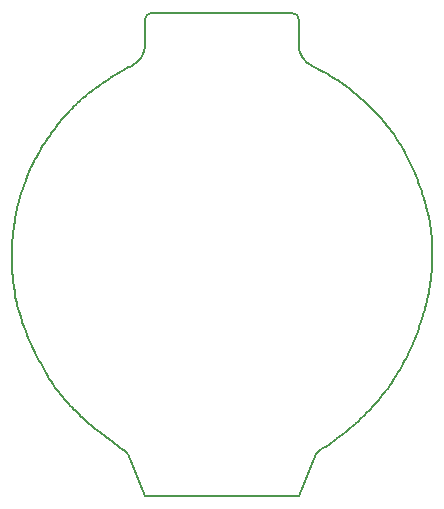
<source format=gbr>
%TF.GenerationSoftware,KiCad,Pcbnew,8.0.3*%
%TF.CreationDate,2024-08-05T21:53:05-05:00*%
%TF.ProjectId,GeckoSmartWatch_V4_1,4765636b-6f53-46d6-9172-745761746368,rev?*%
%TF.SameCoordinates,Original*%
%TF.FileFunction,Profile,NP*%
%FSLAX46Y46*%
G04 Gerber Fmt 4.6, Leading zero omitted, Abs format (unit mm)*
G04 Created by KiCad (PCBNEW 8.0.3) date 2024-08-05 21:53:05*
%MOMM*%
%LPD*%
G01*
G04 APERTURE LIST*
%ADD10C,0.200000*%
%TA.AperFunction,Profile*%
%ADD11C,0.200000*%
%TD*%
G04 APERTURE END LIST*
D10*
X125860894Y-102743459D02*
X125831968Y-102534076D01*
X125805099Y-102323938D01*
X125801671Y-102295862D01*
X132664998Y-114593798D02*
X132499974Y-114457464D01*
X132338058Y-114322137D01*
X132231835Y-114232473D01*
D11*
X133025911Y-85634428D02*
X132794994Y-85801460D01*
X134209719Y-84841577D02*
X133971310Y-84991723D01*
X129971004Y-111980875D02*
X129793367Y-111758606D01*
X161286324Y-99433211D02*
X161269101Y-99043215D01*
D10*
X153440806Y-115327188D02*
X153612022Y-115196013D01*
X153781839Y-115063745D01*
X153935004Y-114942551D01*
D11*
X154725000Y-114275000D02*
X155028650Y-113998123D01*
D10*
X160117108Y-106207572D02*
X160184234Y-106013732D01*
X160249875Y-105819296D01*
X160314024Y-105624301D01*
X160326675Y-105585238D01*
X158288938Y-110070106D02*
X158401064Y-109886821D01*
X158511652Y-109702007D01*
X158610849Y-109532665D01*
D11*
X132231835Y-114232473D02*
X131961191Y-113997261D01*
X149459389Y-79490315D02*
G75*
G02*
X149959385Y-79990316I11J-499985D01*
G01*
X126955739Y-93370164D02*
X126846636Y-93645617D01*
D10*
X127249884Y-92681834D02*
X127338640Y-92488710D01*
X127429699Y-92295909D01*
X127442015Y-92270230D01*
X161037383Y-97103956D02*
X160999243Y-96903951D01*
X160958912Y-96703835D01*
X160920356Y-96521808D01*
X132457999Y-86056278D02*
X132625424Y-85928520D01*
X132794994Y-85801460D01*
X160240123Y-94194280D02*
X160168701Y-93996886D01*
X160095760Y-93800242D01*
X160028160Y-93622179D01*
X156003635Y-87418379D02*
X155850609Y-87270381D01*
X155696373Y-87123785D01*
X155652090Y-87082160D01*
X127941044Y-91323818D02*
X128041044Y-91149411D01*
X128142670Y-90976068D01*
X128171997Y-90926746D01*
D11*
X152236448Y-116184748D02*
X152587575Y-115945194D01*
X127249884Y-92681834D02*
X126955739Y-93370164D01*
X126095595Y-96107697D02*
X125952154Y-96796403D01*
D10*
X151695027Y-116532642D02*
X151865486Y-116424907D01*
X152034795Y-116316279D01*
X152202954Y-116206759D01*
X152236448Y-116184748D01*
X161287811Y-100022831D02*
X161289486Y-99819633D01*
X161288872Y-99616984D01*
X161286324Y-99433211D01*
X158814476Y-109163606D02*
X158917533Y-108971459D01*
X159019006Y-108777811D01*
X159109877Y-108600471D01*
D11*
X130041013Y-88340747D02*
X129865935Y-88547013D01*
X136951693Y-120340350D02*
X135472328Y-116801240D01*
D10*
X127152977Y-107160846D02*
X127068993Y-106965885D01*
X126986665Y-106770722D01*
X126963456Y-106714936D01*
X160964331Y-103068826D02*
X161004313Y-102854026D01*
X161042216Y-102639727D01*
X161074862Y-102445372D01*
X134209719Y-84841577D02*
X134388121Y-84731260D01*
X134565993Y-84623319D01*
D11*
X158783314Y-90982585D02*
X158599705Y-90670522D01*
X160920356Y-96521808D02*
X160827311Y-96132907D01*
X127628057Y-108190764D02*
X127488451Y-107898806D01*
X135223753Y-116532642D02*
G75*
G02*
X135472318Y-116801203I-741453J-935558D01*
G01*
X156184976Y-112842699D02*
X156456316Y-112538742D01*
D10*
X160736724Y-104116387D02*
X160783887Y-103919408D01*
X160829412Y-103722548D01*
X160873288Y-103525841D01*
X160881865Y-103486522D01*
X160453426Y-105166638D02*
X160510819Y-104970071D01*
X160566652Y-104773270D01*
X160620916Y-104576272D01*
X160631580Y-104536853D01*
D11*
X159642443Y-92694372D02*
X159478162Y-92336272D01*
X128332281Y-90667422D02*
X128171997Y-90926746D01*
X158067830Y-110421931D02*
X158288938Y-110070106D01*
X161208036Y-101421532D02*
X161242144Y-101018388D01*
X134655346Y-116125390D02*
X134295338Y-115860440D01*
X129534896Y-111421965D02*
X129369968Y-111192527D01*
X128745164Y-90035738D02*
X128577454Y-90284133D01*
D10*
X157108990Y-111755736D02*
X157238605Y-111589616D01*
X157366746Y-111422100D01*
X157481956Y-111268592D01*
X125675269Y-100469929D02*
X125671224Y-100268991D01*
X125668837Y-100068221D01*
X125668460Y-100010900D01*
X135376313Y-84168298D02*
X135556349Y-84074698D01*
X135649870Y-84027102D01*
X156456316Y-112538742D02*
X156594444Y-112380435D01*
X156731120Y-112220833D01*
X156854108Y-112074607D01*
D11*
X159969804Y-106619357D02*
X160117108Y-106207572D01*
X134800673Y-84486425D02*
X134565993Y-84623319D01*
D10*
X154198450Y-85851058D02*
X154038690Y-85729567D01*
X153867911Y-85602279D01*
X153833813Y-85577185D01*
D11*
X160028160Y-93622179D02*
X159877035Y-93247797D01*
D10*
X133025911Y-85634428D02*
X133189640Y-85517961D01*
X133354592Y-85402503D01*
X133376672Y-85387189D01*
D11*
X151562585Y-84190789D02*
X151880052Y-84356539D01*
D10*
X161185405Y-98072597D02*
X161160319Y-97872852D01*
X161132954Y-97673143D01*
X161106104Y-97491600D01*
D11*
X160881865Y-103486522D02*
X160964331Y-103068826D01*
D10*
X125671201Y-99706476D02*
X125675133Y-99493121D01*
X125681012Y-99280508D01*
X125681944Y-99252221D01*
X157115886Y-88602259D02*
X156975907Y-88440222D01*
X156834437Y-88280085D01*
X156793742Y-88234669D01*
X130253177Y-112311240D02*
X130119163Y-112156508D01*
X129988234Y-112001557D01*
X129971004Y-111980875D01*
X161269101Y-99043215D02*
X161257388Y-98842509D01*
X161243367Y-98642093D01*
X161228619Y-98460120D01*
X134295338Y-115860440D02*
X134129466Y-115737239D01*
X133965812Y-115614805D01*
X133804374Y-115493135D01*
X133772353Y-115468893D01*
X155028650Y-113998123D02*
X155183479Y-113853948D01*
X155336888Y-113708620D01*
X155475117Y-113575499D01*
D11*
X126041406Y-103774821D02*
X125983768Y-103481624D01*
D10*
X129604593Y-88869729D02*
X129735161Y-88706998D01*
X129865935Y-88547013D01*
D11*
X125696557Y-98952889D02*
X125681944Y-99252221D01*
D10*
X128332281Y-90667422D02*
X128446445Y-90486786D01*
X128561955Y-90307857D01*
X128577454Y-90284133D01*
D11*
X136959390Y-79990240D02*
G75*
G02*
X137459390Y-79490390I499910J-60D01*
G01*
X125728473Y-101540208D02*
X125708162Y-101235140D01*
X152654317Y-84794193D02*
X152428687Y-84661671D01*
X133772353Y-115468893D02*
X133442578Y-115214347D01*
D10*
X133442578Y-115214347D02*
X133275810Y-115084210D01*
X133111708Y-114954979D01*
X132964834Y-114838278D01*
D11*
X125952154Y-96796403D02*
X125901868Y-97074569D01*
X149967100Y-120340350D02*
X136951693Y-120340350D01*
X130978791Y-113084159D02*
X130761414Y-112862215D01*
X129604593Y-88869729D02*
X129430787Y-89090375D01*
X158319598Y-90216363D02*
X158127590Y-89928499D01*
D10*
X159730345Y-107227081D02*
X159806735Y-107038159D01*
X159881710Y-106848325D01*
X159955264Y-106657604D01*
X159969804Y-106619357D01*
D11*
X132457999Y-86056278D02*
X132237725Y-86227499D01*
X155051713Y-86544667D02*
X154808366Y-86339609D01*
D10*
X161242144Y-101018388D02*
X161256993Y-100811410D01*
X161269604Y-100605153D01*
X161279122Y-100418266D01*
D11*
X149959390Y-79990316D02*
X149959390Y-82158095D01*
D10*
X128586670Y-109977609D02*
X128480205Y-109795655D01*
X128374245Y-109611215D01*
X128360154Y-109586435D01*
D11*
X161228619Y-98460120D02*
X161185405Y-98072597D01*
D10*
X161133618Y-102034046D02*
X161161267Y-101822811D01*
X161186753Y-101612286D01*
X161208036Y-101421532D01*
X126845070Y-106417689D02*
X126769527Y-106222833D01*
X126696029Y-106028221D01*
X126675413Y-105972670D01*
D11*
X130448453Y-112531129D02*
X130253177Y-112311240D01*
X136959390Y-82138620D02*
G75*
G02*
X135828259Y-83940038I-1999890J-80D01*
G01*
X159563469Y-107627514D02*
X159730345Y-107227081D01*
X157834668Y-89509235D02*
X157633672Y-89242441D01*
D10*
X128745164Y-90035738D02*
X128863982Y-89863220D01*
X128983600Y-89692817D01*
X128999606Y-89670260D01*
D11*
X127283561Y-107457484D02*
X127152977Y-107160846D01*
X154442357Y-86040344D02*
X154198450Y-85851058D01*
D10*
X155413190Y-86864541D02*
X155255529Y-86723499D01*
X155097106Y-86584158D01*
X155051713Y-86544667D01*
X131961191Y-113997261D02*
X131800187Y-113855093D01*
X131642677Y-113713947D01*
X131571152Y-113649141D01*
D11*
X156793742Y-88234669D02*
X156572456Y-87996951D01*
D10*
X160827311Y-96132907D02*
X160776816Y-95932290D01*
X160724287Y-95731617D01*
X160674788Y-95549152D01*
D11*
X126675413Y-105972670D02*
X126571674Y-105677428D01*
D10*
X127488451Y-107898806D02*
X127398044Y-107706247D01*
X127308825Y-107512871D01*
X127283561Y-107457484D01*
D11*
X143459390Y-79490315D02*
X149459389Y-79490315D01*
X125668460Y-100010900D02*
X125671201Y-99706476D01*
X125684131Y-100776297D02*
X125675269Y-100469929D01*
D10*
X128210980Y-109316451D02*
X128113567Y-109137137D01*
X128016621Y-108955871D01*
X127989011Y-108903729D01*
D11*
X135828255Y-83940030D02*
X135649869Y-84027100D01*
X131919381Y-86487158D02*
X131712172Y-86661355D01*
D10*
X135223753Y-116532642D02*
X135043685Y-116404531D01*
X134865836Y-116277188D01*
X134690205Y-116150612D01*
X134655346Y-116125390D01*
D11*
X160674788Y-95549152D02*
X160559448Y-95160386D01*
D10*
X130041013Y-88340747D02*
X130172708Y-88188561D01*
X130304845Y-88038835D01*
X126141456Y-104212962D02*
X126093159Y-104007659D01*
X126047331Y-103802225D01*
X126041406Y-103774821D01*
D11*
X152428687Y-84661671D02*
X152095683Y-84472575D01*
X127578746Y-91997663D02*
X127442015Y-92270230D01*
D10*
X131328285Y-113421729D02*
X131172971Y-113273479D01*
X131021411Y-113126109D01*
X130978791Y-113084159D01*
X129171541Y-89435086D02*
X129292858Y-89272156D01*
X129414538Y-89111601D01*
X129430787Y-89090375D01*
X158599705Y-90670522D02*
X158495396Y-90498040D01*
X158381404Y-90314128D01*
X158319598Y-90216363D01*
D11*
X125801671Y-102295862D02*
X125769754Y-101994569D01*
D10*
X128971035Y-110601725D02*
X128861727Y-110430063D01*
X128753272Y-110256111D01*
X128738872Y-110232741D01*
X126466478Y-94742946D02*
X126527590Y-94550682D01*
X126590652Y-94358199D01*
X126599209Y-94332518D01*
X131413595Y-86925874D02*
X131571054Y-86784965D01*
X131712172Y-86661355D01*
X154808366Y-86339609D02*
X154648368Y-86207288D01*
X154488158Y-86077126D01*
X154442357Y-86040344D01*
D11*
X125901868Y-97074569D02*
X125837303Y-97497403D01*
X157108990Y-111755736D02*
X156854108Y-112074607D01*
X153235360Y-85161322D02*
X152654317Y-84794193D01*
X161279122Y-100418266D02*
X161287811Y-100022831D01*
D10*
X160559448Y-95160386D02*
X160497736Y-94960195D01*
X160434226Y-94760262D01*
X160374953Y-94578766D01*
D11*
X125696557Y-98952889D02*
X125837303Y-97497403D01*
X160326675Y-105585238D02*
X160453426Y-105166638D01*
X135376313Y-84168298D02*
X135149023Y-84289561D01*
X126194263Y-95697729D02*
X126466478Y-94742946D01*
X131413595Y-86925874D02*
X131219109Y-87103846D01*
X126213804Y-104504832D02*
X126141456Y-104212962D01*
X126963456Y-106714936D02*
X126845070Y-106417689D01*
D10*
X159478162Y-92336272D02*
X159392220Y-92153790D01*
X159305295Y-91973116D01*
X159225441Y-91810480D01*
D11*
X143459390Y-79490315D02*
X137459390Y-79490315D01*
D10*
X125769754Y-101994569D02*
X125749313Y-101781980D01*
X125730797Y-101568696D01*
X125728473Y-101540208D01*
D11*
X158610849Y-109532665D02*
X158814476Y-109163606D01*
X131571152Y-113649141D02*
X131328285Y-113421729D01*
D10*
X129793367Y-111758606D02*
X129662844Y-111590867D01*
X129534896Y-111421965D01*
X125983768Y-103481624D02*
X125945608Y-103274985D01*
X125909709Y-103067830D01*
X125905092Y-103040168D01*
X159050650Y-91473911D02*
X158951192Y-91287532D01*
X158850778Y-91103703D01*
X158783314Y-90982585D01*
D11*
X156234771Y-87646168D02*
X156003635Y-87418379D01*
D10*
X126336879Y-104943197D02*
X126277714Y-104737580D01*
X126221149Y-104532200D01*
X126213804Y-104504832D01*
X130482911Y-87845098D02*
X130625850Y-87692899D01*
X130752954Y-87560397D01*
D11*
X160374953Y-94578766D02*
X160240123Y-94194280D01*
D10*
X154254576Y-114678359D02*
X154417628Y-114540769D01*
X154579272Y-114402065D01*
X154725000Y-114275000D01*
X129369968Y-111192527D02*
X129248070Y-111018555D01*
X129127853Y-110842582D01*
D11*
X151562585Y-84190789D02*
X151100907Y-83964473D01*
D10*
X127843488Y-108620882D02*
X127748749Y-108433633D01*
X127654764Y-108244933D01*
X127628057Y-108190764D01*
X158127590Y-89928499D02*
X158009384Y-89756183D01*
X157890094Y-89586599D01*
X157834668Y-89509235D01*
D11*
X130482911Y-87845098D02*
X130304845Y-88038835D01*
X155652090Y-87082160D02*
X155413190Y-86864541D01*
D10*
X152587575Y-115945194D02*
X152766914Y-115820344D01*
X152944861Y-115694412D01*
X153105420Y-115578988D01*
X153593171Y-85406431D02*
X153424898Y-85289699D01*
X153257590Y-85176208D01*
X153235360Y-85161322D01*
X125708162Y-101235140D02*
X125696593Y-101034578D01*
X125686666Y-100833727D01*
X125684131Y-100776297D01*
D11*
X155475117Y-113575499D02*
X155762703Y-113285449D01*
X161074862Y-102445372D02*
X161133618Y-102034046D01*
D10*
X134800673Y-84486425D02*
X134975489Y-84386560D01*
X135149023Y-84289561D01*
D11*
X161106104Y-97491600D02*
X161037383Y-97103956D01*
X153935004Y-114942551D02*
X154254576Y-114678359D01*
X159225441Y-91810480D02*
X159050650Y-91473911D01*
D10*
X131919381Y-86487158D02*
X132077298Y-86357060D01*
X132237725Y-86227499D01*
D11*
X129127853Y-110842582D02*
X128971035Y-110601725D01*
X128360154Y-109586435D02*
X128210980Y-109316451D01*
X126424856Y-105236030D02*
X126336879Y-104943197D01*
D10*
X133613909Y-85226963D02*
X133781227Y-85115820D01*
X133948928Y-85006216D01*
X133971310Y-84991723D01*
D11*
X159109877Y-108600471D02*
X159295475Y-108214781D01*
D10*
X157633672Y-89242441D02*
X157509868Y-89082388D01*
X157384865Y-88924533D01*
X157326763Y-88852398D01*
X126695321Y-94058035D02*
X126765055Y-93864824D01*
X126836896Y-93671418D01*
X126846636Y-93645617D01*
X126571674Y-105677428D02*
X126505990Y-105484075D01*
X126442561Y-105291097D01*
X126424856Y-105236030D01*
D11*
X125905092Y-103040168D02*
X125860894Y-102743459D01*
D10*
X156572456Y-87996951D02*
X156425657Y-87842550D01*
X156277397Y-87689605D01*
X156234771Y-87646168D01*
X157720117Y-110933688D02*
X157841078Y-110759191D01*
X157960537Y-110583209D01*
X158067830Y-110421931D01*
D11*
X153105420Y-115578988D02*
X153440806Y-115327188D01*
X127989011Y-108903729D02*
X127843488Y-108620882D01*
X127941044Y-91323818D02*
X127791385Y-91591230D01*
X126695321Y-94058035D02*
X126599209Y-94332518D01*
X130937389Y-87376159D02*
X130752954Y-87560397D01*
X132964834Y-114838278D02*
X132664998Y-114593798D01*
D10*
X159877035Y-93247797D02*
X159797562Y-93056292D01*
X159716856Y-92866093D01*
X159642443Y-92694372D01*
D11*
X129171541Y-89435086D02*
X128999606Y-89670260D01*
X152095683Y-84472575D02*
X151880052Y-84356539D01*
X151446492Y-116801174D02*
X149967100Y-120340350D01*
X153833813Y-85577185D02*
X153593171Y-85406431D01*
X136959390Y-79990240D02*
X136959390Y-82138620D01*
X151100907Y-83964473D02*
G75*
G02*
X149959459Y-82158095I858593J1806373D01*
G01*
D10*
X130937389Y-87376159D02*
X131086177Y-87230850D01*
X131219109Y-87103846D01*
D11*
X157481956Y-111268592D02*
X157720117Y-110933688D01*
X151446492Y-116801174D02*
G75*
G02*
X151695036Y-116532653I989208J-666326D01*
G01*
D10*
X155762703Y-113285449D02*
X155909229Y-113134413D01*
X156054321Y-112982165D01*
X156184976Y-112842699D01*
X127578746Y-91997663D02*
X127670547Y-91819430D01*
X127764261Y-91641842D01*
X127791385Y-91591230D01*
X126095595Y-96107697D02*
X126143885Y-95902526D01*
X126194263Y-95697729D01*
D11*
X157326763Y-88852398D02*
X157115886Y-88602259D01*
D10*
X130761414Y-112862215D02*
X130622372Y-112717092D01*
X130477066Y-112562080D01*
X130448453Y-112531129D01*
D11*
X128738872Y-110232741D02*
X128586670Y-109977609D01*
X160631580Y-104536853D02*
X160736724Y-104116387D01*
X133613909Y-85226963D02*
X133376672Y-85387189D01*
D10*
X159295475Y-108214781D02*
X159380716Y-108032498D01*
X159464602Y-107849084D01*
X159547127Y-107664552D01*
X159563469Y-107627514D01*
M02*

</source>
